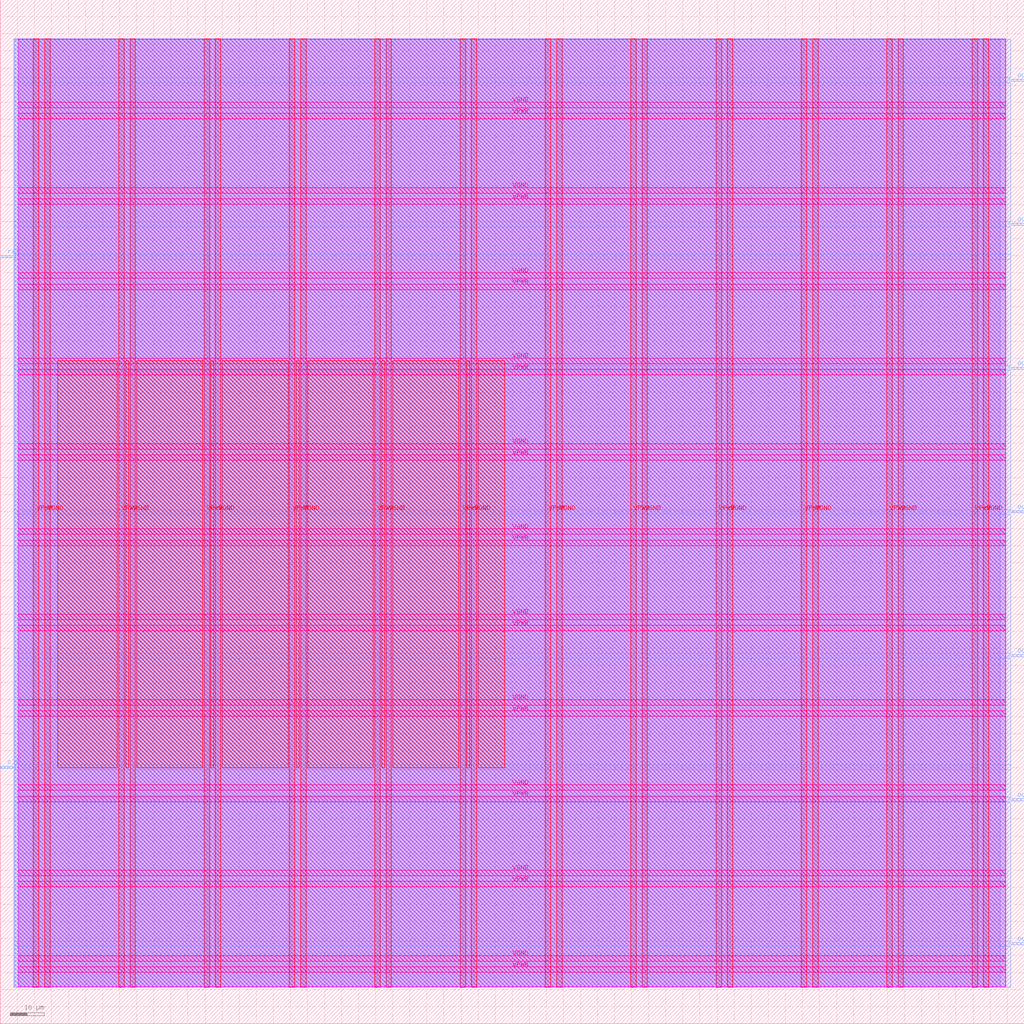
<source format=lef>
VERSION 5.7 ;
  NOWIREEXTENSIONATPIN ON ;
  DIVIDERCHAR "/" ;
  BUSBITCHARS "[]" ;
MACRO top
  CLASS BLOCK ;
  FOREIGN top ;
  ORIGIN 0.000 0.000 ;
  SIZE 300.000 BY 300.000 ;
  PIN VGND
    DIRECTION INOUT ;
    USE GROUND ;
    PORT
      LAYER met4 ;
        RECT 13.020 10.640 14.620 288.560 ;
    END
    PORT
      LAYER met4 ;
        RECT 38.020 10.640 39.620 288.560 ;
    END
    PORT
      LAYER met4 ;
        RECT 63.020 10.640 64.620 288.560 ;
    END
    PORT
      LAYER met4 ;
        RECT 88.020 10.640 89.620 288.560 ;
    END
    PORT
      LAYER met4 ;
        RECT 113.020 10.640 114.620 288.560 ;
    END
    PORT
      LAYER met4 ;
        RECT 138.020 10.640 139.620 288.560 ;
    END
    PORT
      LAYER met4 ;
        RECT 163.020 10.640 164.620 288.560 ;
    END
    PORT
      LAYER met4 ;
        RECT 188.020 10.640 189.620 288.560 ;
    END
    PORT
      LAYER met4 ;
        RECT 213.020 10.640 214.620 288.560 ;
    END
    PORT
      LAYER met4 ;
        RECT 238.020 10.640 239.620 288.560 ;
    END
    PORT
      LAYER met4 ;
        RECT 263.020 10.640 264.620 288.560 ;
    END
    PORT
      LAYER met4 ;
        RECT 288.020 10.640 289.620 288.560 ;
    END
    PORT
      LAYER met5 ;
        RECT 5.280 18.380 294.640 19.980 ;
    END
    PORT
      LAYER met5 ;
        RECT 5.280 43.380 294.640 44.980 ;
    END
    PORT
      LAYER met5 ;
        RECT 5.280 68.380 294.640 69.980 ;
    END
    PORT
      LAYER met5 ;
        RECT 5.280 93.380 294.640 94.980 ;
    END
    PORT
      LAYER met5 ;
        RECT 5.280 118.380 294.640 119.980 ;
    END
    PORT
      LAYER met5 ;
        RECT 5.280 143.380 294.640 144.980 ;
    END
    PORT
      LAYER met5 ;
        RECT 5.280 168.380 294.640 169.980 ;
    END
    PORT
      LAYER met5 ;
        RECT 5.280 193.380 294.640 194.980 ;
    END
    PORT
      LAYER met5 ;
        RECT 5.280 218.380 294.640 219.980 ;
    END
    PORT
      LAYER met5 ;
        RECT 5.280 243.380 294.640 244.980 ;
    END
    PORT
      LAYER met5 ;
        RECT 5.280 268.380 294.640 269.980 ;
    END
  END VGND
  PIN VPWR
    DIRECTION INOUT ;
    USE POWER ;
    PORT
      LAYER met4 ;
        RECT 9.720 10.640 11.320 288.560 ;
    END
    PORT
      LAYER met4 ;
        RECT 34.720 10.640 36.320 288.560 ;
    END
    PORT
      LAYER met4 ;
        RECT 59.720 10.640 61.320 288.560 ;
    END
    PORT
      LAYER met4 ;
        RECT 84.720 10.640 86.320 288.560 ;
    END
    PORT
      LAYER met4 ;
        RECT 109.720 10.640 111.320 288.560 ;
    END
    PORT
      LAYER met4 ;
        RECT 134.720 10.640 136.320 288.560 ;
    END
    PORT
      LAYER met4 ;
        RECT 159.720 10.640 161.320 288.560 ;
    END
    PORT
      LAYER met4 ;
        RECT 184.720 10.640 186.320 288.560 ;
    END
    PORT
      LAYER met4 ;
        RECT 209.720 10.640 211.320 288.560 ;
    END
    PORT
      LAYER met4 ;
        RECT 234.720 10.640 236.320 288.560 ;
    END
    PORT
      LAYER met4 ;
        RECT 259.720 10.640 261.320 288.560 ;
    END
    PORT
      LAYER met4 ;
        RECT 284.720 10.640 286.320 288.560 ;
    END
    PORT
      LAYER met5 ;
        RECT 5.280 15.080 294.640 16.680 ;
    END
    PORT
      LAYER met5 ;
        RECT 5.280 40.080 294.640 41.680 ;
    END
    PORT
      LAYER met5 ;
        RECT 5.280 65.080 294.640 66.680 ;
    END
    PORT
      LAYER met5 ;
        RECT 5.280 90.080 294.640 91.680 ;
    END
    PORT
      LAYER met5 ;
        RECT 5.280 115.080 294.640 116.680 ;
    END
    PORT
      LAYER met5 ;
        RECT 5.280 140.080 294.640 141.680 ;
    END
    PORT
      LAYER met5 ;
        RECT 5.280 165.080 294.640 166.680 ;
    END
    PORT
      LAYER met5 ;
        RECT 5.280 190.080 294.640 191.680 ;
    END
    PORT
      LAYER met5 ;
        RECT 5.280 215.080 294.640 216.680 ;
    END
    PORT
      LAYER met5 ;
        RECT 5.280 240.080 294.640 241.680 ;
    END
    PORT
      LAYER met5 ;
        RECT 5.280 265.080 294.640 266.680 ;
    END
  END VPWR
  PIN clk
    DIRECTION INPUT ;
    USE SIGNAL ;
    ANTENNAGATEAREA 0.852000 ;
    PORT
      LAYER met3 ;
        RECT 0.000 74.840 4.000 75.440 ;
    END
  END clk
  PIN out[0]
    DIRECTION OUTPUT ;
    USE SIGNAL ;
    ANTENNADIFFAREA 0.340600 ;
    PORT
      LAYER met3 ;
        RECT 296.000 276.120 300.000 276.720 ;
    END
  END out[0]
  PIN out[1]
    DIRECTION OUTPUT ;
    USE SIGNAL ;
    ANTENNADIFFAREA 0.340600 ;
    PORT
      LAYER met3 ;
        RECT 296.000 233.960 300.000 234.560 ;
    END
  END out[1]
  PIN out[2]
    DIRECTION OUTPUT ;
    USE SIGNAL ;
    ANTENNADIFFAREA 0.340600 ;
    PORT
      LAYER met3 ;
        RECT 296.000 191.800 300.000 192.400 ;
    END
  END out[2]
  PIN out[3]
    DIRECTION OUTPUT ;
    USE SIGNAL ;
    ANTENNADIFFAREA 0.340600 ;
    PORT
      LAYER met3 ;
        RECT 296.000 149.640 300.000 150.240 ;
    END
  END out[3]
  PIN out[4]
    DIRECTION OUTPUT ;
    USE SIGNAL ;
    ANTENNADIFFAREA 0.340600 ;
    PORT
      LAYER met3 ;
        RECT 296.000 107.480 300.000 108.080 ;
    END
  END out[4]
  PIN out[5]
    DIRECTION OUTPUT ;
    USE SIGNAL ;
    ANTENNADIFFAREA 0.340600 ;
    PORT
      LAYER met3 ;
        RECT 296.000 65.320 300.000 65.920 ;
    END
  END out[5]
  PIN out[6]
    DIRECTION OUTPUT ;
    USE SIGNAL ;
    ANTENNADIFFAREA 0.340600 ;
    PORT
      LAYER met3 ;
        RECT 296.000 23.160 300.000 23.760 ;
    END
  END out[6]
  PIN rst
    DIRECTION INPUT ;
    USE SIGNAL ;
    ANTENNAGATEAREA 0.213000 ;
    PORT
      LAYER met3 ;
        RECT 0.000 224.440 4.000 225.040 ;
    END
  END rst
  OBS
      LAYER nwell ;
        RECT 5.330 10.795 294.590 288.405 ;
      LAYER li1 ;
        RECT 5.520 10.795 294.400 288.405 ;
      LAYER met1 ;
        RECT 4.210 10.640 294.400 288.560 ;
      LAYER met2 ;
        RECT 4.230 10.695 292.930 288.505 ;
      LAYER met3 ;
        RECT 3.990 277.120 296.000 288.485 ;
        RECT 3.990 275.720 295.600 277.120 ;
        RECT 3.990 234.960 296.000 275.720 ;
        RECT 3.990 233.560 295.600 234.960 ;
        RECT 3.990 225.440 296.000 233.560 ;
        RECT 4.400 224.040 296.000 225.440 ;
        RECT 3.990 192.800 296.000 224.040 ;
        RECT 3.990 191.400 295.600 192.800 ;
        RECT 3.990 150.640 296.000 191.400 ;
        RECT 3.990 149.240 295.600 150.640 ;
        RECT 3.990 108.480 296.000 149.240 ;
        RECT 3.990 107.080 295.600 108.480 ;
        RECT 3.990 75.840 296.000 107.080 ;
        RECT 4.400 74.440 296.000 75.840 ;
        RECT 3.990 66.320 296.000 74.440 ;
        RECT 3.990 64.920 295.600 66.320 ;
        RECT 3.990 24.160 296.000 64.920 ;
        RECT 3.990 22.760 295.600 24.160 ;
        RECT 3.990 10.715 296.000 22.760 ;
      LAYER met4 ;
        RECT 16.855 74.975 34.320 194.305 ;
        RECT 36.720 74.975 37.620 194.305 ;
        RECT 40.020 74.975 59.320 194.305 ;
        RECT 61.720 74.975 62.620 194.305 ;
        RECT 65.020 74.975 84.320 194.305 ;
        RECT 86.720 74.975 87.620 194.305 ;
        RECT 90.020 74.975 109.320 194.305 ;
        RECT 111.720 74.975 112.620 194.305 ;
        RECT 115.020 74.975 134.320 194.305 ;
        RECT 136.720 74.975 137.620 194.305 ;
        RECT 140.020 74.975 147.825 194.305 ;
  END
END top
END LIBRARY


</source>
